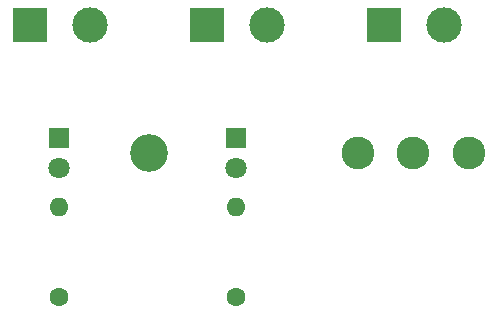
<source format=gts>
%TF.GenerationSoftware,KiCad,Pcbnew,9.0.0+dfsg-1*%
%TF.CreationDate,2025-03-17T15:52:11+01:00*%
%TF.ProjectId,control-matrix-2-alt,636f6e74-726f-46c2-9d6d-61747269782d,1.0*%
%TF.SameCoordinates,Original*%
%TF.FileFunction,Soldermask,Top*%
%TF.FilePolarity,Negative*%
%FSLAX46Y46*%
G04 Gerber Fmt 4.6, Leading zero omitted, Abs format (unit mm)*
G04 Created by KiCad (PCBNEW 9.0.0+dfsg-1) date 2025-03-17 15:52:11*
%MOMM*%
%LPD*%
G01*
G04 APERTURE LIST*
%ADD10C,2.775000*%
%ADD11C,1.600000*%
%ADD12O,1.600000X1.600000*%
%ADD13R,1.800000X1.800000*%
%ADD14C,1.800000*%
%ADD15C,3.200000*%
%ADD16R,3.000000X3.000000*%
%ADD17C,3.000000*%
G04 APERTURE END LIST*
D10*
%TO.C,SW1*%
X100100000Y-95000000D03*
X95400000Y-95000000D03*
X90700000Y-95000000D03*
%TD*%
D11*
%TO.C,R2*%
X80400000Y-107170000D03*
D12*
X80400000Y-99550000D03*
%TD*%
D13*
%TO.C,D2*%
X80400000Y-93730000D03*
D14*
X80400000Y-96270000D03*
%TD*%
D15*
%TO.C,H1*%
X73000000Y-95000000D03*
%TD*%
D11*
%TO.C,R1*%
X65400000Y-107170000D03*
D12*
X65400000Y-99550000D03*
%TD*%
D13*
%TO.C,D1*%
X65400000Y-93730000D03*
D14*
X65400000Y-96270000D03*
%TD*%
D16*
%TO.C,J1*%
X62900000Y-84170000D03*
D17*
X67980000Y-84170000D03*
%TD*%
D16*
%TO.C,J2*%
X77900000Y-84170000D03*
D17*
X82980000Y-84170000D03*
%TD*%
D16*
%TO.C,J9*%
X92900000Y-84170000D03*
D17*
X97980000Y-84170000D03*
%TD*%
M02*

</source>
